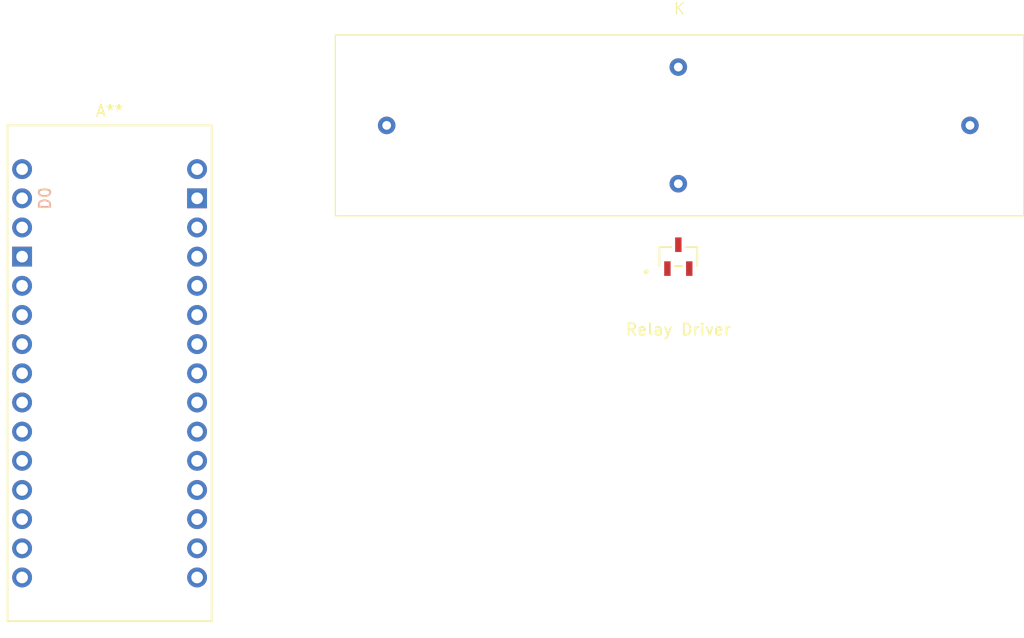
<source format=kicad_pcb>
(kicad_pcb (version 20240108) (generator "pcbnew") (generator_version "8.0")
  (layers (0 "F.Cu" signal) (31 "B.Cu" signal) (34 "B.Paste" user) (35 "F.Paste" user) (36 "B.SilkS" user "B.Silkscreen") (37 "F.SilkS" user "F.Silkscreen") (38 "B.Mask" user) (39 "F.Mask" user) (44 "Edge.Cuts" user))
  (net 0 "")
  (footprint "Relay Driver IC:SOT-23_TO-236_318_AT_OSI" (layer "F.Cu") (at 201.93 86.36)
    (property "Reference" "Relay Driver" (at 0 6.35 0) (layer "F.SilkS"))
    (property "Value" "SOT-23_TO-236_318_AT_OSI")
    (fp_line (start -1.651 -0.8255) (end -1.651 0.8255) (stroke (width 0.1524)) (layer "F.SilkS"))
    (fp_line (start -0.61214 -0.8255) (end -1.651 -0.8255) (stroke (width 0.1524)) (layer "F.SilkS"))
    (fp_line (start -0.34036 0.8255) (end 0.34036 0.8255) (stroke (width 0.1524)) (layer "F.SilkS"))
    (fp_line (start 1.651 -0.8255) (end 0.61214 -0.8255) (stroke (width 0.1524)) (layer "F.SilkS"))
    (fp_line (start 1.651 0.8255) (end 1.651 -0.8255) (stroke (width 0.1524)) (layer "F.SilkS"))
    (fp_circle (center -2.794 1.3208) (end -2.667 1.3208) (stroke (width 0.1524)) (fill none) (layer "F.SilkS"))
    (pad "1" smd rect (at -0.9525 1.0414) (size 0.5588 1.27) (layers "F.Cu" "F.Paste" "F.Mask"))
    (pad "2" smd rect (at 0.9525 1.0414) (size 0.5588 1.27) (layers "F.Cu" "F.Paste" "F.Mask"))
    (pad "3" smd rect (at 0 -1.0414) (size 0.5588 1.27) (layers "F.Cu" "F.Paste" "F.Mask"))
  )
  (footprint "PrechargeRelays:PreDisRelay" (layer "F.Cu") (at 176.53 74.93)
    (property "Reference" "K" (at 25.5 -10.16 0) (layer "F.SilkS") (effects (font (thickness 0.1))))
    (property "Value" "PreDisRelay")
    (fp_rect (start -4.472 -7.874) (end 55.472 7.874) (stroke (width 0.1)) (fill none) (layer "F.SilkS"))
    (pad "1" thru_hole circle (at 0 0) (size 1.524 1.524) (drill 0.762) (layers "*.Cu" "*.Mask"))
    (pad "2" thru_hole circle (at 50.8 0) (size 1.524 1.524) (drill 0.762) (layers "*.Cu" "*.Mask"))
    (pad "3" thru_hole circle (at 25.4 -5.08) (size 1.524 1.524) (drill 0.762) (layers "*.Cu" "*.Mask"))
    (pad "4" thru_hole circle (at 25.4 5.08) (size 1.524 1.524) (drill 0.762) (layers "*.Cu" "*.Mask"))
  )
  (footprint "PCM_arduino-library:Arduino_Nano_ESP32_Socket" (layer "F.Cu") (at 152.4 118.11)
    (property "Reference" "A**" (at 0 -44.45 0) (layer "F.SilkS"))
    (property "Value" "Arduino_Nano_ESP32_Socket")
    (fp_line (start -8.89 -43.18) (end -8.89 0) (stroke (width 0.15)) (layer "F.SilkS"))
    (fp_line (start -8.89 -43.18) (end 8.89 -43.18) (stroke (width 0.15)) (layer "F.SilkS"))
    (fp_line (start -8.89 0) (end 8.89 0) (stroke (width 0.15)) (layer "F.SilkS"))
    (fp_line (start 8.89 -43.18) (end 8.89 0) (stroke (width 0.15)) (layer "F.SilkS"))
    (fp_text user "D0" (at -5.715 -36.83 -90) (layer "B.SilkS") (effects (justify mirror)))
    (fp_text user "D0" (at -5.715 -36.83 -90) (layer "F.SilkS"))
    (pad "" np_thru_hole circle (at -7.62 -41.91) (size 1.8 1.8) (drill 1.8) (layers "F&B.Cu" "*.Mask"))
    (pad "" np_thru_hole circle (at -7.62 -1.27) (size 1.8 1.8) (drill 1.8) (layers "F&B.Cu" "*.Mask"))
    (pad "" np_thru_hole circle (at 7.62 -41.91) (size 1.8 1.8) (drill 1.8) (layers "F&B.Cu" "*.Mask"))
    (pad "" np_thru_hole circle (at 7.62 -1.27) (size 1.8 1.8) (drill 1.8) (layers "F&B.Cu" "*.Mask"))
    (pad "3V3" thru_hole circle (at 7.62 -6.35) (size 1.7272 1.7272) (drill 1.016) (layers "*.Cu" "*.Mask"))
    (pad "5V" thru_hole circle (at 7.62 -31.75) (size 1.7272 1.7272) (drill 1.016) (layers "*.Cu" "*.Mask"))
    (pad "A0" thru_hole circle (at 7.62 -11.43) (size 1.7272 1.7272) (drill 1.016) (layers "*.Cu" "*.Mask"))
    (pad "A1" thru_hole circle (at 7.62 -13.97) (size 1.7272 1.7272) (drill 1.016) (layers "*.Cu" "*.Mask"))
    (pad "A2" thru_hole circle (at 7.62 -16.51) (size 1.7272 1.7272) (drill 1.016) (layers "*.Cu" "*.Mask"))
    (pad "A3" thru_hole circle (at 7.62 -19.05) (size 1.7272 1.7272) (drill 1.016) (layers "*.Cu" "*.Mask"))
    (pad "A4" thru_hole circle (at 7.62 -21.59) (size 1.7272 1.7272) (drill 1.016) (layers "*.Cu" "*.Mask"))
    (pad "A5" thru_hole circle (at 7.62 -24.13) (size 1.7272 1.7272) (drill 1.016) (layers "*.Cu" "*.Mask"))
    (pad "A6" thru_hole circle (at 7.62 -26.67) (size 1.7272 1.7272) (drill 1.016) (layers "*.Cu" "*.Mask"))
    (pad "A7" thru_hole circle (at 7.62 -29.21) (size 1.7272 1.7272) (drill 1.016) (layers "*.Cu" "*.Mask"))
    (pad "B0" thru_hole circle (at 7.62 -8.89) (size 1.7272 1.7272) (drill 1.016) (layers "*.Cu" "*.Mask"))
    (pad "B1" thru_hole circle (at 7.62 -34.29) (size 1.7272 1.7272) (drill 1.016) (layers "*.Cu" "*.Mask"))
    (pad "D0" thru_hole circle (at -7.62 -36.83) (size 1.7272 1.7272) (drill 1.016) (layers "*.Cu" "*.Mask"))
    (pad "D1" thru_hole circle (at -7.62 -39.37) (size 1.7272 1.7272) (drill 1.016) (layers "*.Cu" "*.Mask"))
    (pad "D2" thru_hole circle (at -7.62 -29.21) (size 1.7272 1.7272) (drill 1.016) (layers "*.Cu" "*.Mask"))
    (pad "D3" thru_hole circle (at -7.62 -26.67) (size 1.7272 1.7272) (drill 1.016) (layers "*.Cu" "*.Mask"))
    (pad "D4" thru_hole circle (at -7.62 -24.13) (size 1.7272 1.7272) (drill 1.016) (layers "*.Cu" "*.Mask"))
    (pad "D5" thru_hole circle (at -7.62 -21.59) (size 1.7272 1.7272) (drill 1.016) (layers "*.Cu" "*.Mask"))
    (pad "D6" thru_hole circle (at -7.62 -19.05) (size 1.7272 1.7272) (drill 1.016) (layers "*.Cu" "*.Mask"))
    (pad "D7" thru_hole circle (at -7.62 -16.51) (size 1.7272 1.7272) (drill 1.016) (layers "*.Cu" "*.Mask"))
    (pad "D8" thru_hole circle (at -7.62 -13.97) (size 1.7272 1.7272) (drill 1.016) (layers "*.Cu" "*.Mask"))
    (pad "D9" thru_hole circle (at -7.62 -11.43) (size 1.7272 1.7272) (drill 1.016) (layers "*.Cu" "*.Mask"))
    (pad "D10" thru_hole circle (at -7.62 -8.89) (size 1.7272 1.7272) (drill 1.016) (layers "*.Cu" "*.Mask"))
    (pad "D11" thru_hole circle (at -7.62 -6.35) (size 1.7272 1.7272) (drill 1.016) (layers "*.Cu" "*.Mask"))
    (pad "D12" thru_hole circle (at -7.62 -3.81) (size 1.7272 1.7272) (drill 1.016) (layers "*.Cu" "*.Mask"))
    (pad "D13" thru_hole circle (at 7.62 -3.81) (size 1.7272 1.7272) (drill 1.016) (layers "*.Cu" "*.Mask"))
    (pad "GND1" thru_hole rect (at -7.62 -31.75) (size 1.7272 1.7272) (drill 1.016) (layers "*.Cu" "*.Mask"))
    (pad "GND2" thru_hole rect (at 7.62 -36.83) (size 1.7272 1.7272) (drill 1.016) (layers "*.Cu" "*.Mask"))
    (pad "RST" thru_hole circle (at -7.62 -34.29) (size 1.7272 1.7272) (drill 1.016) (layers "*.Cu" "*.Mask"))
    (pad "VIN" thru_hole circle (at 7.62 -39.37) (size 1.7272 1.7272) (drill 1.016) (layers "*.Cu" "*.Mask"))
  )
)
</source>
